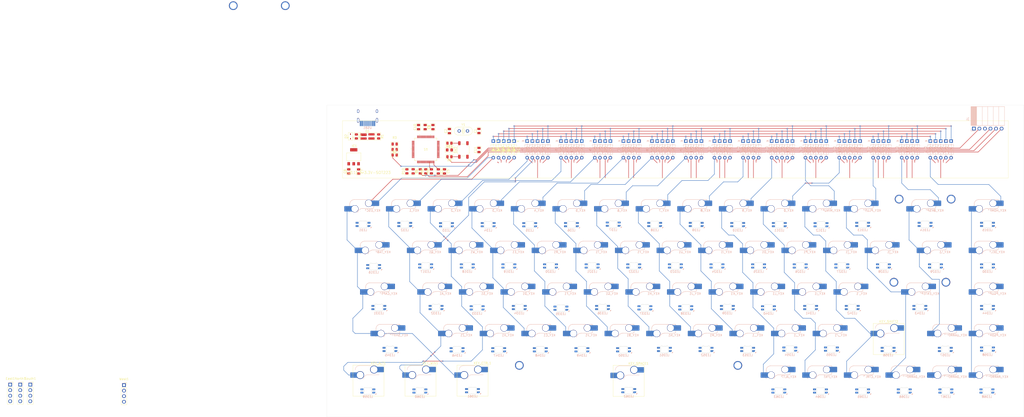
<source format=kicad_pcb>
(kicad_pcb
	(version 20241229)
	(generator "pcbnew")
	(generator_version "9.0")
	(general
		(thickness 1.6)
		(legacy_teardrops no)
	)
	(paper "A3")
	(layers
		(0 "F.Cu" signal)
		(4 "In1.Cu" signal)
		(6 "In2.Cu" signal)
		(2 "B.Cu" signal)
		(9 "F.Adhes" user "F.Adhesive")
		(11 "B.Adhes" user "B.Adhesive")
		(13 "F.Paste" user)
		(15 "B.Paste" user)
		(5 "F.SilkS" user "F.Silkscreen")
		(7 "B.SilkS" user "B.Silkscreen")
		(1 "F.Mask" user)
		(3 "B.Mask" user)
		(17 "Dwgs.User" user "User.Drawings")
		(19 "Cmts.User" user "User.Comments")
		(21 "Eco1.User" user "User.Eco1")
		(23 "Eco2.User" user "User.Eco2")
		(25 "Edge.Cuts" user)
		(27 "Margin" user)
		(31 "F.CrtYd" user "F.Courtyard")
		(29 "B.CrtYd" user "B.Courtyard")
		(35 "F.Fab" user)
		(33 "B.Fab" user)
		(39 "User.1" user)
		(41 "User.2" user)
		(43 "User.3" user)
		(45 "User.4" user)
		(47 "User.5" user)
		(49 "User.6" user)
		(51 "User.7" user)
		(53 "User.8" user)
		(55 "User.9" user)
	)
	(setup
		(stackup
			(layer "F.SilkS"
				(type "Top Silk Screen")
			)
			(layer "F.Paste"
				(type "Top Solder Paste")
			)
			(layer "F.Mask"
				(type "Top Solder Mask")
				(thickness 0.01)
			)
			(layer "F.Cu"
				(type "copper")
				(thickness 0.035)
			)
			(layer "dielectric 1"
				(type "prepreg")
				(thickness 0.1)
				(material "FR4")
				(epsilon_r 4.5)
				(loss_tangent 0.02)
			)
			(layer "In1.Cu"
				(type "copper")
				(thickness 0.035)
			)
			(layer "dielectric 2"
				(type "core")
				(thickness 1.24)
				(material "FR4")
				(epsilon_r 4.5)
				(loss_tangent 0.02)
			)
			(layer "In2.Cu"
				(type "copper")
				(thickness 0.035)
			)
			(layer "dielectric 3"
				(type "prepreg")
				(thickness 0.1)
				(material "FR4")
				(epsilon_r 4.5)
				(loss_tangent 0.02)
			)
			(layer "B.Cu"
				(type "copper")
				(thickness 0.035)
			)
			(layer "B.Mask"
				(type "Bottom Solder Mask")
				(thickness 0.01)
			)
			(layer "B.Paste"
				(type "Bottom Solder Paste")
			)
			(layer "B.SilkS"
				(type "Bottom Silk Screen")
			)
			(copper_finish "HAL lead-free")
			(dielectric_constraints no)
		)
		(pad_to_mask_clearance 0)
		(allow_soldermask_bridges_in_footprints no)
		(tenting front back)
		(grid_origin 44.85125 47.625)
		(pcbplotparams
			(layerselection 0x00000000_00000000_55555555_5755f5ff)
			(plot_on_all_layers_selection 0x00000000_00000000_00000000_00000000)
			(disableapertmacros no)
			(usegerberextensions no)
			(usegerberattributes yes)
			(usegerberadvancedattributes yes)
			(creategerberjobfile yes)
			(dashed_line_dash_ratio 12.000000)
			(dashed_line_gap_ratio 3.000000)
			(svgprecision 4)
			(plotframeref no)
			(mode 1)
			(useauxorigin no)
			(hpglpennumber 1)
			(hpglpenspeed 20)
			(hpglpendiameter 15.000000)
			(pdf_front_fp_property_popups yes)
			(pdf_back_fp_property_popups yes)
			(pdf_metadata yes)
			(pdf_single_document no)
			(dxfpolygonmode yes)
			(dxfimperialunits yes)
			(dxfusepcbnewfont yes)
			(psnegative no)
			(psa4output no)
			(plot_black_and_white yes)
			(sketchpadsonfab no)
			(plotpadnumbers no)
			(hidednponfab no)
			(sketchdnponfab yes)
			(crossoutdnponfab yes)
			(subtractmaskfromsilk no)
			(outputformat 1)
			(mirror no)
			(drillshape 1)
			(scaleselection 1)
			(outputdirectory "")
		)
	)
	(net 0 "")
	(net 1 "GND")
	(net 2 "+3.3V")
	(net 3 "+5V")
	(net 4 "Net-(D3-A)")
	(net 5 "Net-(D4-A)")
	(net 6 "Net-(D5-A)")
	(net 7 "Net-(D6-A)")
	(net 8 "Net-(D7-A)")
	(net 9 "Net-(D8-A)")
	(net 10 "Net-(D9-A)")
	(net 11 "Net-(D10-A)")
	(net 12 "Net-(D11-A)")
	(net 13 "Net-(D12-A)")
	(net 14 "Net-(D13-A)")
	(net 15 "Net-(D14-A)")
	(net 16 "Net-(D15-A)")
	(net 17 "Net-(D16-A)")
	(net 18 "Net-(D17-A)")
	(net 19 "Net-(D18-A)")
	(net 20 "Net-(D19-A)")
	(net 21 "Net-(D20-A)")
	(net 22 "Net-(D21-A)")
	(net 23 "Net-(D22-A)")
	(net 24 "Net-(D23-A)")
	(net 25 "Net-(D29-A)")
	(net 26 "Net-(D30-A)")
	(net 27 "Net-(D31-A)")
	(net 28 "Net-(D32-A)")
	(net 29 "Net-(D33-A)")
	(net 30 "Net-(D24-A)")
	(net 31 "Net-(D25-A)")
	(net 32 "Net-(D26-A)")
	(net 33 "Net-(D27-A)")
	(net 34 "Net-(D28-A)")
	(net 35 "Net-(D34-A)")
	(net 36 "/COL2")
	(net 37 "/COL3")
	(net 38 "/COL4")
	(net 39 "/COL5")
	(net 40 "/COL1")
	(net 41 "Net-(LED1-DOUT)")
	(net 42 "unconnected-(LED1-VDD-Pad1)")
	(net 43 "Net-(U1-OSCIN)")
	(net 44 "Net-(U1-OSCOUT)")
	(net 45 "Net-(U1-VCAP)")
	(net 46 "/NRST")
	(net 47 "/D+")
	(net 48 "/D-")
	(net 49 "/ROW1")
	(net 50 "/ROW2")
	(net 51 "/ROW3")
	(net 52 "/ROW4")
	(net 53 "/ROW5")
	(net 54 "Net-(D35-A)")
	(net 55 "unconnected-(LED1-VSS-Pad4)")
	(net 56 "/UART_TX_EAST")
	(net 57 "/UART_RX_EAST")
	(net 58 "Net-(U1-VDDA)")
	(net 59 "/RGB_DATAIN")
	(net 60 "Net-(D36-A)")
	(net 61 "Net-(D37-A)")
	(net 62 "Net-(D38-A)")
	(net 63 "Net-(D39-A)")
	(net 64 "Net-(D40-A)")
	(net 65 "Net-(D41-A)")
	(net 66 "Net-(D42-A)")
	(net 67 "Net-(D43-A)")
	(net 68 "Net-(D44-A)")
	(net 69 "Net-(D45-A)")
	(net 70 "Net-(D46-A)")
	(net 71 "Net-(D47-A)")
	(net 72 "Net-(D48-A)")
	(net 73 "Net-(D50-A)")
	(net 74 "Net-(D51-A)")
	(net 75 "Net-(D52-A)")
	(net 76 "Net-(D53-A)")
	(net 77 "Net-(D54-A)")
	(net 78 "Net-(D55-A)")
	(net 79 "Net-(D56-A)")
	(net 80 "Net-(D57-A)")
	(net 81 "Net-(D58-A)")
	(net 82 "/UART_TX_NORTH")
	(net 83 "/UART_RX_NORTH")
	(net 84 "Net-(USB1-CC2)")
	(net 85 "Net-(USB1-CC1)")
	(net 86 "Net-(U1-PA11)")
	(net 87 "Net-(U1-PA12)")
	(net 88 "Net-(U1-BOOT)")
	(net 89 "/JTCLK")
	(net 90 "Net-(J1-Pin_2)")
	(net 91 "/JTMS")
	(net 92 "Net-(J1-Pin_4)")
	(net 93 "Net-(J1-Pin_5)")
	(net 94 "Net-(J1-Pin_6)")
	(net 95 "/SWO")
	(net 96 "/UART_TX_SOUTH")
	(net 97 "/UART_RX_SOUTH")
	(net 98 "unconnected-(U1-PB12-Pad33)")
	(net 99 "AGND")
	(net 100 "Net-(D59-A)")
	(net 101 "/UART_TX_WEST")
	(net 102 "unconnected-(U1-PC14-Pad3)")
	(net 103 "unconnected-(U1-PC15-Pad4)")
	(net 104 "Net-(D60-A)")
	(net 105 "Net-(D61-A)")
	(net 106 "Net-(D62-A)")
	(net 107 "unconnected-(U1-PC1-Pad9)")
	(net 108 "unconnected-(U1-PC3-Pad11)")
	(net 109 "Net-(D64-A)")
	(net 110 "unconnected-(U1-PC2-Pad10)")
	(net 111 "Net-(D65-A)")
	(net 112 "Net-(D68-A)")
	(net 113 "/UART_RX_WEST")
	(net 114 "Net-(D71-A)")
	(net 115 "Net-(D72-A)")
	(net 116 "Net-(D73-A)")
	(net 117 "unconnected-(U1-PC0-Pad8)")
	(net 118 "unconnected-(U1-PC13-Pad2)")
	(net 119 "Net-(D2-A)")
	(net 120 "unconnected-(USB1-SBU2-Pad3)")
	(net 121 "unconnected-(USB1-SBU1-Pad9)")
	(net 122 "unconnected-(U1-PB8-Pad61)")
	(net 123 "unconnected-(U1-PB9-Pad62)")
	(net 124 "Net-(D74-A)")
	(net 125 "Net-(D75-A)")
	(net 126 "Net-(D76-A)")
	(net 127 "/COL12")
	(net 128 "/COL9")
	(net 129 "/COL10")
	(net 130 "/COL11")
	(net 131 "/COL6")
	(net 132 "/COL7")
	(net 133 "/COL8")
	(net 134 "/COL14")
	(net 135 "/COL13")
	(net 136 "/COL15")
	(net 137 "unconnected-(U1-PC4-Pad24)")
	(net 138 "unconnected-(LED1-DIN-Pad3)")
	(net 139 "Net-(LED2-DOUT)")
	(net 140 "unconnected-(LED2-VSS-Pad4)")
	(net 141 "unconnected-(LED2-VDD-Pad1)")
	(net 142 "unconnected-(LED3-VSS-Pad4)")
	(net 143 "unconnected-(LED3-VDD-Pad1)")
	(net 144 "Net-(LED3-DOUT)")
	(net 145 "unconnected-(LED4-VDD-Pad1)")
	(net 146 "unconnected-(LED4-VSS-Pad4)")
	(net 147 "Net-(LED4-DOUT)")
	(net 148 "unconnected-(LED5-VDD-Pad1)")
	(net 149 "Net-(LED5-DOUT)")
	(net 150 "unconnected-(LED5-VSS-Pad4)")
	(net 151 "unconnected-(LED6-VDD-Pad1)")
	(net 152 "unconnected-(LED6-VSS-Pad4)")
	(net 153 "Net-(LED6-DOUT)")
	(net 154 "unconnected-(LED7-VDD-Pad1)")
	(net 155 "unconnected-(LED7-VSS-Pad4)")
	(net 156 "Net-(LED7-DOUT)")
	(net 157 "Net-(LED8-DOUT)")
	(net 158 "unconnected-(LED8-VDD-Pad1)")
	(net 159 "unconnected-(LED8-VSS-Pad4)")
	(net 160 "Net-(LED10-DIN)")
	(net 161 "unconnected-(LED9-VDD-Pad1)")
	(net 162 "unconnected-(LED9-VSS-Pad4)")
	(net 163 "Net-(LED10-DOUT)")
	(net 164 "unconnected-(LED10-VDD-Pad1)")
	(net 165 "unconnected-(LED10-VSS-Pad4)")
	(net 166 "Net-(LED11-DOUT)")
	(net 167 "unconnected-(LED11-VDD-Pad1)")
	(net 168 "unconnected-(LED11-VSS-Pad4)")
	(net 169 "unconnected-(LED12-VDD-Pad1)")
	(net 170 "unconnected-(LED12-VSS-Pad4)")
	(net 171 "Net-(LED12-DOUT)")
	(net 172 "Net-(LED13-DOUT)")
	(net 173 "unconnected-(LED13-VSS-Pad4)")
	(net 174 "unconnected-(LED13-VDD-Pad1)")
	(net 175 "unconnected-(LED14-VDD-Pad1)")
	(net 176 "Net-(LED14-DOUT)")
	(net 177 "unconnected-(LED14-VSS-Pad4)")
	(net 178 "unconnected-(LED15-VSS-Pad4)")
	(net 179 "Net-(LED15-DOUT)")
	(net 180 "unconnected-(LED15-VDD-Pad1)")
	(net 181 "Net-(LED16-DOUT)")
	(net 182 "unconnected-(LED16-VDD-Pad1)")
	(net 183 "unconnected-(LED16-VSS-Pad4)")
	(net 184 "unconnected-(LED17-VDD-Pad1)")
	(net 185 "unconnected-(LED17-VSS-Pad4)")
	(net 186 "Net-(LED17-DOUT)")
	(net 187 "unconnected-(LED18-VDD-Pad1)")
	(net 188 "unconnected-(LED18-VSS-Pad4)")
	(net 189 "Net-(LED18-DOUT)")
	(net 190 "Net-(LED19-DOUT)")
	(net 191 "unconnected-(LED19-VDD-Pad1)")
	(net 192 "unconnected-(LED19-VSS-Pad4)")
	(net 193 "unconnected-(LED20-VSS-Pad4)")
	(net 194 "unconnected-(LED20-VDD-Pad1)")
	(net 195 "Net-(LED20-DOUT)")
	(net 196 "unconnected-(LED21-VSS-Pad4)")
	(net 197 "unconnected-(LED21-VDD-Pad1)")
	(net 198 "Net-(LED21-DOUT)")
	(net 199 "unconnected-(LED22-VSS-Pad4)")
	(net 200 "Net-(LED22-DOUT)")
	(net 201 "unconnected-(LED22-VDD-Pad1)")
	(net 202 "Net-(LED23-DOUT)")
	(net 203 "unconnected-(LED23-VDD-Pad1)")
	(net 204 "unconnected-(LED23-VSS-Pad4)")
	(net 205 "unconnected-(LED24-VDD-Pad1)")
	(net 206 "Net-(LED24-DOUT)")
	(net 207 "unconnected-(LED24-VSS-Pad4)")
	(net 208 "unconnected-(LED25-VSS-Pad4)")
	(net 209 "unconnected-(LED25-VDD-Pad1)")
	(net 210 "Net-(LED25-DOUT)")
	(net 211 "Net-(LED26-DOUT)")
	(net 212 "unconnected-(LED26-VSS-Pad4)")
	(net 213 "unconnected-(LED26-VDD-Pad1)")
	(net 214 "unconnected-(LED27-VSS-Pad4)")
	(net 215 "unconnected-(LED27-VDD-Pad1)")
	(net 216 "Net-(LED27-DOUT)")
	(net 217 "unconnected-(LED28-VSS-Pad4)")
	(net 218 "unconnected-(LED28-VDD-Pad1)")
	(net 219 "Net-(LED28-DOUT)")
	(net 220 "unconnected-(LED29-VDD-Pad1)")
	(net 221 "Net-(LED29-DOUT)")
	(net 222 "unconnected-(LED29-VSS-Pad4)")
	(net 223 "Net-(LED30-DOUT)")
	(net 224 "unconnected-(LED30-VSS-Pad4)")
	(net 225 "unconnected-(LED30-VDD-Pad1)")
	(net 226 "Net-(LED31-DOUT)")
	(net 227 "unconnected-(LED31-VSS-Pad4)")
	(net 228 "unconnected-(LED31-VDD-Pad1)")
	(net 229 "unconnected-(LED32-VSS-Pad4)")
	(net 230 "unconnected-(LED32-VDD-Pad1)")
	(net 231 "Net-(LED32-DOUT)")
	(net 232 "unconnected-(LED33-VSS-Pad4)")
	(net 233 "unconnected-(LED33-VDD-Pad1)")
	(net 234 "Net-(LED33-DOUT)")
	(net 235 "unconnected-(LED34-VDD-Pad1)")
	(net 236 "Net-(LED34-DOUT)")
	(net 237 "unconnected-(LED34-VSS-Pad4)")
	(net 238 "unconnected-(LED35-VSS-Pad4)")
	(net 239 "Net-(LED35-DOUT)")
	(net 240 "unconnected-(LED35-VDD-Pad1)")
	(net 241 "Net-(LED36-DOUT)")
	(net 242 "unconnected-(LED36-VDD-Pad1)")
	(net 243 "unconnected-(LED36-VSS-Pad4)")
	(net 244 "unconnected-(LED37-VSS-Pad4)")
	(net 245 "unconnected-(LED37-VDD-Pad1)")
	(net 246 "Net-(LED37-DOUT)")
	(net 247 "unconnected-(LED38-VSS-Pad4)")
	(net 248 "unconnected-(LED38-VDD-Pad1)")
	(net 249 "Net-(LED38-DOUT)")
	(net 250 "unconnected-(LED39-VDD-Pad1)")
	(net 251 "Net-(LED39-DOUT)")
	(net 252 "unconnected-(LED39-VSS-Pad4)")
	(net 253 "Net-(LED40-DOUT)")
	(net 254 "unconnected-(LED40-VSS-Pad4)")
	(net 255 "unconnected-(LED40-VDD-Pad1)")
	(net 256 "unconnected-(LED41-VSS-Pad4)")
	(net 257 "Net-(LED41-DOUT)")
	(net 258 "unconnected-(LED41-VDD-Pad1)")
	(net 259 "unconnected-(LED42-VDD-Pad1)")
	(net 260 "unconnected-(LED42-VSS-Pad4)")
	(net 261 "Net-(LED42-DOUT)")
	(net 262 "unconnected-(LED43-VSS-Pad4)")
	(net 263 "unconnected-(LED43-VDD-Pad1)")
	(net 264 "Net-(LED43-DOUT)")
	(net 265 "Net-(LED44-DOUT)")
	(net 266 "unconnected-(LED44-VSS-Pad4)")
	(net 267 "unconnected-(LED44-VDD-Pad1)")
	(net 268 "Net-(LED45-DOUT)")
	(net 269 "unconnected-(LED45-VSS-Pad4)")
	(net 270 "unconnected-(LED45-VDD-Pad1)")
	(net 271 "Net-(LED46-DOUT)")
	(net 272 "unconnected-(LED46-VDD-Pad1)")
	(net 273 "unconnected-(LED46-VSS-Pad4)")
	(net 274 "Net-(LED47-DOUT)")
	(net 275 "unconnected-(LED47-VSS-Pad4)")
	(net 276 "unconnected-(LED47-VDD-Pad1)")
	(net 277 "unconnected-(LED48-VDD-Pad1)")
	(net 278 "unconnected-(LED48-VSS-Pad4)")
	(net 279 "Net-(LED48-DOUT)")
	(net 280 "unconnected-(LED49-VDD-Pad1)")
	(net 281 "unconnected-(LED49-VSS-Pad4)")
	(net 282 "Net-(LED49-DOUT)")
	(net 283 "Net-(LED50-DOUT)")
	(net 284 "unconnected-(LED50-VDD-Pad1)")
	(net 285 "unconnected-(LED50-VSS-Pad4)")
	(net 286 "unconnected-(LED51-VDD-Pad1)")
	(net 287 "unconnected-(LED51-VSS-Pad4)")
	(net 288 "Net-(LED51-DOUT)")
	(net 289 "unconnected-(LED52-VDD-Pad1)")
	(net 290 "Net-(LED52-DOUT)")
	(net 291 "unconnected-(LED52-VSS-Pad4)")
	(net 292 "unconnected-(LED53-VDD-Pad1)")
	(net 293 "unconnected-(LED53-VSS-Pad4)")
	(net 294 "Net-(LED53-DOUT)")
	(net 295 "Net-(LED54-DOUT)")
	(net 296 "unconnected-(LED54-VDD-Pad1)")
	(net 297 "unconnected-(LED54-VSS-Pad4)")
	(net 298 "unconnected-(LED55-VDD-Pad1)")
	(net 299 "unconnected-(LED55-VSS-Pad4)")
	(net 300 "Net-(LED55-DOUT)")
	(net 301 "unconnected-(LED56-VDD-Pad1)")
	(net 302 "Net-(LED56-DOUT)")
	(net 303 "unconnected-(LED56-VSS-Pad4)")
	(net 304 "unconnected-(LED57-VDD-Pad1)")
	(net 305 "Net-(LED57-DOUT)")
	(net 306 "unconnected-(LED57-VSS-Pad4)")
	(net 307 "Net-(LED58-DOUT)")
	(net 308 "unconnected-(LED58-VDD-Pad1)")
	(net 309 "unconnected-(LED58-VSS-Pad4)")
	(net 310 "unconnected-(LED59-VDD-Pad1)")
	(net 311 "Net-(LED59-DOUT)")
	(net 312 "unconnected-(LED59-VSS-Pad4)")
	(net 313 "Net-(LED60-DOUT)")
	(net 314 "unconnected-(LED60-VDD-Pad1)")
	(net 315 "unconnected-(LED60-VSS-Pad4)")
	(net 316 "Net-(LED61-DOUT)")
	(net 317 "unconnected-(LED61-VSS-Pad4)")
	(net 318 "unconnected-(LED61-VDD-Pad1)")
	(net 319 "unconnected-(LED62-VDD-Pad1)")
	(net 320 "unconnected-(LED62-VSS-Pad4)")
	(net 321 "Net-(LED62-DOUT)")
	(net 322 "unconnected-(LED63-VDD-Pad1)")
	(net 323 "unconnected-(LED63-VSS-Pad4)")
	(net 324 "Net-(LED63-DOUT)")
	(net 325 "unconnected-(LED64-VDD-Pad1)")
	(net 326 "unconnected-(LED64-VSS-Pad4)")
	(net 327 "Net-(LED64-DOUT)")
	(net 328 "unconnected-(LED65-VDD-Pad1)")
	(net 329 "Net-(LED65-DOUT)")
	(net 330 "unconnected-(LED65-VSS-Pad4)")
	(net 331 "unconnected-(LED66-VSS-Pad4)")
	(net 332 "Net-(LED66-DOUT)")
	(net 333 "unconnected-(LED66-VDD-Pad1)")
	(net 334 "unconnected-(LED67-VSS-Pad4)")
	(net 335 "unconnected-(LED67-VDD-Pad1)")
	(net 336 "Net-(LED67-DOUT)")
	(net 337 "unconnected-(LED68-VDD-Pad1)")
	(net 338 "unconnected-(LED68-VSS-Pad4)")
	(net 339 "unconnected-(LED68-DOUT-Pad2)")
	(net 340 "unconnected-(U1-PA6-Pad22)")
	(net 341 "unconnected-(U1-PA4-Pad20)")
	(net 342 "unconnected-(U1-PA7-Pad23)")
	(footprint "PCM_Resistor_SMD_AKL:R_0805_2012Metric" (layer "F.Cu") (at 87.60825 77.925 90))
	(footprint "PCM_Capacitor_SMD_AKL:C_0805_2012Metric" (layer "F.Cu") (at 54.85125 77.95 90))
	(footprint "PCM_marbastlib-mx:STAB_MX_P_2u" (layer "F.Cu") (at 318.695 97.63125))
	(footprint "PCM_Resistor_SMD_AKL:R_0805_2012Metric" (layer "F.Cu") (at 100.95125 65.025 180))
	(footprint "PCM_Diode_THT_AKL:D_DO-35_SOD27_P7.62mm_Horizontal" (layer "F.Cu") (at 123.4325 64.055625 -90))
	(footprint "PCM_Diode_THT_AKL:D_DO-35_SOD27_P7.62mm_Horizontal" (layer "F.Cu") (at 121.05125 64.055625 -90))
	(footprint "PCM_Switch_Keyboard_Hotswap_Kailh:SW_Hotswap_Kailh_MX_Plated_1.25u" (layer "F.Cu") (at 111.52625 173.83125))
	(footprint "PCM_Switch_Keyboard_Hotswap_Kailh:SW_Hotswap_Kailh_MX_Plated_1.25u" (layer "F.Cu") (at 182.96375 173.99))
	(footprint "Connector_PinSocket_2.54mm:PinSocket_1x04_P2.54mm_Vertical" (layer "F.Cu") (at -95.500606 175.67325))
	(footprint "PCM_Resistor_SMD_AKL:R_0805_2012Metric" (layer "F.Cu") (at 92.70825 77.925 90))
	(footprint "PCM_Resistor_SMD_AKL:R_0805_2012Metric" (layer "F.Cu") (at 81.47625 77.925 90))
	(footprint "Connector_PinSocket_2.54mm:PinSocket_1x04_P2.54mm_Vertical" (layer "F.Cu") (at -48.0175 175.895))
	(footprint "PCM_marbastlib-mx:STAB_MX_2.25u" (layer "F.Cu") (at 73.42625 154.78125))
	(footprint "PCM_marbastlib-mx:STAB_MX_P_6.25u" (layer "F.Cu") (at 182.96375 173.83125))
	(footprint "PCM_Resistor_SMD_AKL:R_0805_2012Metric" (layer "F.Cu") (at 75.87625 65.425))
	(footprint "PCM_marbastlib-mx:STAB_MX_P_2.25u" (layer "F.Cu") (at 316.31375 135.73125))
	(footprint "PCM_Capacitor_SMD_AKL:C_0805_2012Metric" (layer "F.Cu") (at 93.40125 57.65 90))
	(footprint "PCM_Resistor_SMD_AKL:R_0805_2012Metric" (layer "F.Cu") (at 75.87625 70.425))
	(footprint "PCM_Capacitor_SMD_AKL:C_0805_2012Metric" (layer "F.Cu") (at 100.95125 59.475 90))
	(footprint "PCM_Diode_THT_AKL:D_DO-35_SOD27_P7.62mm_Horizontal" (layer "F.Cu") (at 125.81375 64.055625 -90))
	(footprint "PCM_Capacitor_SMD_AKL:C_0805_2012Metric" (layer "F.Cu") (at 89.85125 57.65 -90))
	(footprint "PCM_Capacitor_SMD_AKL:C_0805_2012Metric" (layer "F.Cu") (at 84.35125 77.925 -90))
	(footprint "PCM_Switch_Keyboard_Hotswap_Kailh:SW_Hotswap_Kailh_MX_Plated_1.25u" (layer "F.Cu") (at 63.90125 173.83125))
	(footprint "PCM_marbastlib-various:SW_SPST_SKQG_WithStem" (layer "F.Cu") (at 107.34125 68.125 90))
	(footprint "PCM_Diode_THT_AKL:D_DO-35_SOD27_P7.62mm_Horizontal" (layer "F.Cu") (at 128.195 64.055625 -90))
	(footprint "PCM_Diode_SMD_AKL:D_SOD-323" (layer "F.Cu") (at 55.65125 61.925 90))
	(footprint "PCM_marbastlib-mx:STAB_MX_P_2u" (layer "F.Cu") (at 13.90625 8.985))
	(footprint "PCM_Switch_Keyboard_Hotswap_Kailh:SW_Hotswap_Kailh_MX_Plated_1.25u"
		(layer "F.Cu")
		(uuid "834c1dd2-efdb-4b79-8f45-a2157810891a")
		(at 87.71375 173.83125)
		(descr "Kailh keyswitch Hotswap Socket plated holes Keycap 1.25u")
		(tags "Kailh Keyboard Keyswitch Switch Hotswap Socket Plated Relief Cutout Keycap 1.25u")
		(property "Reference" "KEY_WIN1"
			(at 4.52 -8 0)
			(layer "F.SilkS")
			(uuid "98d124cb-bc44-4fe7-8d69-387f701bb3fb")
			(effects
				(font
					(size 1 1)
					(thickness 0.15)
				)
			)
		)
		(property "Value" "MX_SW_HS"
			(at 0 8 0)
			(layer "F.Fab")
			(uuid "d2e384e7-e910-4136-b53b-331a600fcbbf")
			(effects
				(font
					(size 1 1)
					(thickness 0.15)
				)
			)
		)
		(property "Datasheet" "~"
			(at 0 0 0)
			(layer "F.Fab")
			(hide yes)
			(uuid "cb5f47b1-f7fb-42f9-b47d-5e291712d106")
			(effects
				(font
					(size 1.27 1.27)
					(thickness 0.15)
				)
			)
		)
		(property "Description" "Push button switch, normally open, two pins, 45° tilted, Kailh CPG151101S11 for Cherry MX style switches"
			(at 0 0 0)
			(layer "F.Fab")
			(hide yes)
			(uuid "8f69c746-3835-47a9-9324-c89eec1544ba")
			(effects
				(font
					(size 1.27 1.27)
					(thickness 0.15)
				)
			)
		)
		(path "/1d905906-6e74-4741-8b2e-53dc470a7c79/845bb780-6e16-47cd-a15e-538adef12cb0")
		(sheetname "/Keymatrix/")
		(
... [2192504 chars truncated]
</source>
